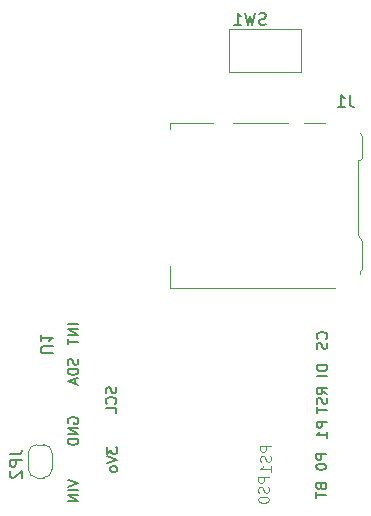
<source format=gbr>
%TF.GenerationSoftware,KiCad,Pcbnew,(6.0.7-1)-1*%
%TF.CreationDate,2023-01-25T16:43:34-06:00*%
%TF.ProjectId,BLACKBOX,424c4143-4b42-44f5-982e-6b696361645f,rev?*%
%TF.SameCoordinates,Original*%
%TF.FileFunction,Legend,Bot*%
%TF.FilePolarity,Positive*%
%FSLAX46Y46*%
G04 Gerber Fmt 4.6, Leading zero omitted, Abs format (unit mm)*
G04 Created by KiCad (PCBNEW (6.0.7-1)-1) date 2023-01-25 16:43:34*
%MOMM*%
%LPD*%
G01*
G04 APERTURE LIST*
%ADD10C,0.150000*%
%ADD11C,0.142240*%
%ADD12C,0.121920*%
%ADD13C,0.120000*%
G04 APERTURE END LIST*
D10*
%TO.C,U1*%
X102909619Y-75691904D02*
X102100095Y-75691904D01*
X102004857Y-75644285D01*
X101957238Y-75596666D01*
X101909619Y-75501428D01*
X101909619Y-75310952D01*
X101957238Y-75215714D01*
X102004857Y-75168095D01*
X102100095Y-75120476D01*
X102909619Y-75120476D01*
X101909619Y-74120476D02*
X101909619Y-74691904D01*
X101909619Y-74406190D02*
X102909619Y-74406190D01*
X102766761Y-74501428D01*
X102671523Y-74596666D01*
X102623904Y-74691904D01*
D11*
X126052757Y-74466873D02*
X126094364Y-74425265D01*
X126135972Y-74300442D01*
X126135972Y-74217227D01*
X126094364Y-74092404D01*
X126011149Y-74009189D01*
X125927934Y-73967581D01*
X125761503Y-73925974D01*
X125636680Y-73925974D01*
X125470250Y-73967581D01*
X125387035Y-74009189D01*
X125303820Y-74092404D01*
X125262212Y-74217227D01*
X125262212Y-74300442D01*
X125303820Y-74425265D01*
X125345427Y-74466873D01*
X126094364Y-74799734D02*
X126135972Y-74924557D01*
X126135972Y-75132595D01*
X126094364Y-75215810D01*
X126052757Y-75257418D01*
X125969541Y-75299025D01*
X125886326Y-75299025D01*
X125803111Y-75257418D01*
X125761503Y-75215810D01*
X125719896Y-75132595D01*
X125678288Y-74966164D01*
X125636680Y-74882949D01*
X125595073Y-74841341D01*
X125511858Y-74799734D01*
X125428642Y-74799734D01*
X125345427Y-74841341D01*
X125303820Y-74882949D01*
X125262212Y-74966164D01*
X125262212Y-75174202D01*
X125303820Y-75299025D01*
X105012364Y-76155005D02*
X105053972Y-76279828D01*
X105053972Y-76487866D01*
X105012364Y-76571081D01*
X104970757Y-76612689D01*
X104887541Y-76654297D01*
X104804326Y-76654297D01*
X104721111Y-76612689D01*
X104679503Y-76571081D01*
X104637896Y-76487866D01*
X104596288Y-76321436D01*
X104554680Y-76238220D01*
X104513073Y-76196613D01*
X104429858Y-76155005D01*
X104346642Y-76155005D01*
X104263427Y-76196613D01*
X104221820Y-76238220D01*
X104180212Y-76321436D01*
X104180212Y-76529474D01*
X104221820Y-76654297D01*
X105053972Y-77028765D02*
X104180212Y-77028765D01*
X104180212Y-77236803D01*
X104221820Y-77361626D01*
X104305035Y-77444841D01*
X104388250Y-77486449D01*
X104554680Y-77528057D01*
X104679503Y-77528057D01*
X104845934Y-77486449D01*
X104929149Y-77444841D01*
X105012364Y-77361626D01*
X105053972Y-77236803D01*
X105053972Y-77028765D01*
X104804326Y-77860918D02*
X104804326Y-78276994D01*
X105053972Y-77777702D02*
X104180212Y-78068956D01*
X105053972Y-78360209D01*
X108250864Y-78588809D02*
X108292472Y-78713632D01*
X108292472Y-78921670D01*
X108250864Y-79004885D01*
X108209257Y-79046493D01*
X108126041Y-79088100D01*
X108042826Y-79088100D01*
X107959611Y-79046493D01*
X107918003Y-79004885D01*
X107876396Y-78921670D01*
X107834788Y-78755240D01*
X107793180Y-78672024D01*
X107751573Y-78630417D01*
X107668358Y-78588809D01*
X107585142Y-78588809D01*
X107501927Y-78630417D01*
X107460320Y-78672024D01*
X107418712Y-78755240D01*
X107418712Y-78963278D01*
X107460320Y-79088100D01*
X108209257Y-79961860D02*
X108250864Y-79920253D01*
X108292472Y-79795430D01*
X108292472Y-79712215D01*
X108250864Y-79587392D01*
X108167649Y-79504177D01*
X108084434Y-79462569D01*
X107918003Y-79420961D01*
X107793180Y-79420961D01*
X107626750Y-79462569D01*
X107543535Y-79504177D01*
X107460320Y-79587392D01*
X107418712Y-79712215D01*
X107418712Y-79795430D01*
X107460320Y-79920253D01*
X107501927Y-79961860D01*
X108292472Y-80752405D02*
X108292472Y-80336329D01*
X107418712Y-80336329D01*
X125627488Y-87003950D02*
X125669096Y-87128773D01*
X125710703Y-87170380D01*
X125793919Y-87211988D01*
X125918741Y-87211988D01*
X126001957Y-87170380D01*
X126043564Y-87128773D01*
X126085172Y-87045558D01*
X126085172Y-86712697D01*
X125211412Y-86712697D01*
X125211412Y-87003950D01*
X125253020Y-87087165D01*
X125294627Y-87128773D01*
X125377842Y-87170380D01*
X125461058Y-87170380D01*
X125544273Y-87128773D01*
X125585880Y-87087165D01*
X125627488Y-87003950D01*
X125627488Y-86712697D01*
X125211412Y-87461634D02*
X125211412Y-87960925D01*
X126085172Y-87711280D02*
X125211412Y-87711280D01*
X126135972Y-79150512D02*
X125719896Y-78859259D01*
X126135972Y-78651220D02*
X125262212Y-78651220D01*
X125262212Y-78984081D01*
X125303820Y-79067297D01*
X125345427Y-79108904D01*
X125428642Y-79150512D01*
X125553465Y-79150512D01*
X125636680Y-79108904D01*
X125678288Y-79067297D01*
X125719896Y-78984081D01*
X125719896Y-78651220D01*
X126094364Y-79483373D02*
X126135972Y-79608196D01*
X126135972Y-79816234D01*
X126094364Y-79899449D01*
X126052757Y-79941057D01*
X125969541Y-79982664D01*
X125886326Y-79982664D01*
X125803111Y-79941057D01*
X125761503Y-79899449D01*
X125719896Y-79816234D01*
X125678288Y-79649803D01*
X125636680Y-79566588D01*
X125595073Y-79524980D01*
X125511858Y-79483373D01*
X125428642Y-79483373D01*
X125345427Y-79524980D01*
X125303820Y-79566588D01*
X125262212Y-79649803D01*
X125262212Y-79857841D01*
X125303820Y-79982664D01*
X125262212Y-80232310D02*
X125262212Y-80731601D01*
X126135972Y-80481956D02*
X125262212Y-80481956D01*
X105053972Y-73250455D02*
X104180212Y-73250455D01*
X105053972Y-73666531D02*
X104180212Y-73666531D01*
X105053972Y-74165822D01*
X104180212Y-74165822D01*
X104180212Y-74457076D02*
X104180212Y-74956367D01*
X105053972Y-74706721D02*
X104180212Y-74706721D01*
X107482212Y-83648005D02*
X107482212Y-84188904D01*
X107815073Y-83897651D01*
X107815073Y-84022474D01*
X107856680Y-84105689D01*
X107898288Y-84147297D01*
X107981503Y-84188904D01*
X108189541Y-84188904D01*
X108272757Y-84147297D01*
X108314364Y-84105689D01*
X108355972Y-84022474D01*
X108355972Y-83772828D01*
X108314364Y-83689613D01*
X108272757Y-83648005D01*
X107482212Y-84438550D02*
X108355972Y-84729803D01*
X107482212Y-85021057D01*
X108355972Y-85437133D02*
X108314364Y-85353918D01*
X108272757Y-85312310D01*
X108189541Y-85270702D01*
X107939896Y-85270702D01*
X107856680Y-85312310D01*
X107815073Y-85353918D01*
X107773465Y-85437133D01*
X107773465Y-85561956D01*
X107815073Y-85645171D01*
X107856680Y-85686779D01*
X107939896Y-85728386D01*
X108189541Y-85728386D01*
X108272757Y-85686779D01*
X108314364Y-85645171D01*
X108355972Y-85561956D01*
X108355972Y-85437133D01*
X126125272Y-81524081D02*
X125251512Y-81524081D01*
X125251512Y-81856942D01*
X125293120Y-81940158D01*
X125334727Y-81981765D01*
X125417942Y-82023373D01*
X125542765Y-82023373D01*
X125625980Y-81981765D01*
X125667588Y-81940158D01*
X125709196Y-81856942D01*
X125709196Y-81524081D01*
X126125272Y-82855525D02*
X126125272Y-82356234D01*
X126125272Y-82605880D02*
X125251512Y-82605880D01*
X125376335Y-82522664D01*
X125459550Y-82439449D01*
X125501158Y-82356234D01*
D12*
X121387164Y-83526331D02*
X120493084Y-83526331D01*
X120493084Y-83866933D01*
X120535660Y-83952083D01*
X120578235Y-83994659D01*
X120663385Y-84037234D01*
X120791111Y-84037234D01*
X120876261Y-83994659D01*
X120918837Y-83952083D01*
X120961412Y-83866933D01*
X120961412Y-83526331D01*
X121344589Y-84377836D02*
X121387164Y-84505561D01*
X121387164Y-84718438D01*
X121344589Y-84803588D01*
X121302014Y-84846163D01*
X121216863Y-84888739D01*
X121131713Y-84888739D01*
X121046562Y-84846163D01*
X121003987Y-84803588D01*
X120961412Y-84718438D01*
X120918837Y-84548137D01*
X120876261Y-84462986D01*
X120833686Y-84420411D01*
X120748536Y-84377836D01*
X120663385Y-84377836D01*
X120578235Y-84420411D01*
X120535660Y-84462986D01*
X120493084Y-84548137D01*
X120493084Y-84761013D01*
X120535660Y-84888739D01*
X121387164Y-85740243D02*
X121387164Y-85229340D01*
X121387164Y-85484792D02*
X120493084Y-85484792D01*
X120620810Y-85399641D01*
X120705960Y-85314491D01*
X120748536Y-85229340D01*
D11*
X104221820Y-81630278D02*
X104180212Y-81547062D01*
X104180212Y-81422240D01*
X104221820Y-81297417D01*
X104305035Y-81214201D01*
X104388250Y-81172594D01*
X104554680Y-81130986D01*
X104679503Y-81130986D01*
X104845934Y-81172594D01*
X104929149Y-81214201D01*
X105012364Y-81297417D01*
X105053972Y-81422240D01*
X105053972Y-81505455D01*
X105012364Y-81630278D01*
X104970757Y-81671885D01*
X104679503Y-81671885D01*
X104679503Y-81505455D01*
X105053972Y-82046354D02*
X104180212Y-82046354D01*
X105053972Y-82545645D01*
X104180212Y-82545645D01*
X105053972Y-82961721D02*
X104180212Y-82961721D01*
X104180212Y-83169760D01*
X104221820Y-83294582D01*
X104305035Y-83377798D01*
X104388250Y-83419405D01*
X104554680Y-83461013D01*
X104679503Y-83461013D01*
X104845934Y-83419405D01*
X104929149Y-83377798D01*
X105012364Y-83294582D01*
X105053972Y-83169760D01*
X105053972Y-82961721D01*
X126135972Y-76715620D02*
X125262212Y-76715620D01*
X125262212Y-76923658D01*
X125303820Y-77048480D01*
X125387035Y-77131696D01*
X125470250Y-77173303D01*
X125636680Y-77214911D01*
X125761503Y-77214911D01*
X125927934Y-77173303D01*
X126011149Y-77131696D01*
X126094364Y-77048480D01*
X126135972Y-76923658D01*
X126135972Y-76715620D01*
X126135972Y-77589380D02*
X125262212Y-77589380D01*
X104180212Y-86419024D02*
X105053972Y-86710278D01*
X104180212Y-87001531D01*
X105053972Y-87292784D02*
X104180212Y-87292784D01*
X105053972Y-87708860D02*
X104180212Y-87708860D01*
X105053972Y-88208152D01*
X104180212Y-88208152D01*
X126085172Y-84216481D02*
X125211412Y-84216481D01*
X125211412Y-84549342D01*
X125253020Y-84632558D01*
X125294627Y-84674165D01*
X125377842Y-84715773D01*
X125502665Y-84715773D01*
X125585880Y-84674165D01*
X125627488Y-84632558D01*
X125669096Y-84549342D01*
X125669096Y-84216481D01*
X125211412Y-85256672D02*
X125211412Y-85339887D01*
X125253020Y-85423102D01*
X125294627Y-85464710D01*
X125377842Y-85506318D01*
X125544273Y-85547925D01*
X125752311Y-85547925D01*
X125918741Y-85506318D01*
X126001957Y-85464710D01*
X126043564Y-85423102D01*
X126085172Y-85339887D01*
X126085172Y-85256672D01*
X126043564Y-85173457D01*
X126001957Y-85131849D01*
X125918741Y-85090241D01*
X125752311Y-85048634D01*
X125544273Y-85048634D01*
X125377842Y-85090241D01*
X125294627Y-85131849D01*
X125253020Y-85173457D01*
X125211412Y-85256672D01*
D12*
X121214464Y-86164331D02*
X120320384Y-86164331D01*
X120320384Y-86504933D01*
X120362960Y-86590083D01*
X120405535Y-86632659D01*
X120490685Y-86675234D01*
X120618411Y-86675234D01*
X120703561Y-86632659D01*
X120746137Y-86590083D01*
X120788712Y-86504933D01*
X120788712Y-86164331D01*
X121171889Y-87015836D02*
X121214464Y-87143561D01*
X121214464Y-87356438D01*
X121171889Y-87441588D01*
X121129314Y-87484163D01*
X121044163Y-87526739D01*
X120959013Y-87526739D01*
X120873862Y-87484163D01*
X120831287Y-87441588D01*
X120788712Y-87356438D01*
X120746137Y-87186137D01*
X120703561Y-87100986D01*
X120660986Y-87058411D01*
X120575836Y-87015836D01*
X120490685Y-87015836D01*
X120405535Y-87058411D01*
X120362960Y-87100986D01*
X120320384Y-87186137D01*
X120320384Y-87399013D01*
X120362960Y-87526739D01*
X120320384Y-88080217D02*
X120320384Y-88165367D01*
X120362960Y-88250518D01*
X120405535Y-88293093D01*
X120490685Y-88335668D01*
X120660986Y-88378243D01*
X120873862Y-88378243D01*
X121044163Y-88335668D01*
X121129314Y-88293093D01*
X121171889Y-88250518D01*
X121214464Y-88165367D01*
X121214464Y-88080217D01*
X121171889Y-87995066D01*
X121129314Y-87952491D01*
X121044163Y-87909916D01*
X120873862Y-87867340D01*
X120660986Y-87867340D01*
X120490685Y-87909916D01*
X120405535Y-87952491D01*
X120362960Y-87995066D01*
X120320384Y-88080217D01*
D10*
%TO.C,J1*%
X128063333Y-53812380D02*
X128063333Y-54526666D01*
X128110952Y-54669523D01*
X128206190Y-54764761D01*
X128349047Y-54812380D01*
X128444285Y-54812380D01*
X127063333Y-54812380D02*
X127634761Y-54812380D01*
X127349047Y-54812380D02*
X127349047Y-53812380D01*
X127444285Y-53955238D01*
X127539523Y-54050476D01*
X127634761Y-54098095D01*
%TO.C,JP2*%
X99274380Y-84256666D02*
X99988666Y-84256666D01*
X100131523Y-84209047D01*
X100226761Y-84113809D01*
X100274380Y-83970952D01*
X100274380Y-83875714D01*
X100274380Y-84732857D02*
X99274380Y-84732857D01*
X99274380Y-85113809D01*
X99322000Y-85209047D01*
X99369619Y-85256666D01*
X99464857Y-85304285D01*
X99607714Y-85304285D01*
X99702952Y-85256666D01*
X99750571Y-85209047D01*
X99798190Y-85113809D01*
X99798190Y-84732857D01*
X99369619Y-85685238D02*
X99322000Y-85732857D01*
X99274380Y-85828095D01*
X99274380Y-86066190D01*
X99322000Y-86161428D01*
X99369619Y-86209047D01*
X99464857Y-86256666D01*
X99560095Y-86256666D01*
X99702952Y-86209047D01*
X100274380Y-85637619D01*
X100274380Y-86256666D01*
%TO.C,SW1*%
X120967333Y-47842761D02*
X120824476Y-47890380D01*
X120586380Y-47890380D01*
X120491142Y-47842761D01*
X120443523Y-47795142D01*
X120395904Y-47699904D01*
X120395904Y-47604666D01*
X120443523Y-47509428D01*
X120491142Y-47461809D01*
X120586380Y-47414190D01*
X120776857Y-47366571D01*
X120872095Y-47318952D01*
X120919714Y-47271333D01*
X120967333Y-47176095D01*
X120967333Y-47080857D01*
X120919714Y-46985619D01*
X120872095Y-46938000D01*
X120776857Y-46890380D01*
X120538761Y-46890380D01*
X120395904Y-46938000D01*
X120062571Y-46890380D02*
X119824476Y-47890380D01*
X119634000Y-47176095D01*
X119443523Y-47890380D01*
X119205428Y-46890380D01*
X118300666Y-47890380D02*
X118872095Y-47890380D01*
X118586380Y-47890380D02*
X118586380Y-46890380D01*
X118681619Y-47033238D01*
X118776857Y-47128476D01*
X118872095Y-47176095D01*
D13*
%TO.C,J1*%
X112840000Y-70211000D02*
X126850000Y-70211000D01*
X124150000Y-56241000D02*
X125950000Y-56241000D01*
X112840000Y-56241000D02*
X116450000Y-56241000D01*
X112840000Y-68291000D02*
X112840000Y-70211000D01*
X129110000Y-66221000D02*
X128760000Y-65711000D01*
X129110000Y-68531000D02*
X129110000Y-66221000D01*
X129110000Y-59131000D02*
X128910000Y-59341000D01*
X128910000Y-68731000D02*
X128910000Y-68991000D01*
X128760000Y-59341000D02*
X128760000Y-65711000D01*
X129110000Y-57271000D02*
X128910000Y-57071000D01*
X129110000Y-57271000D02*
X129110000Y-59131000D01*
X112840000Y-56691000D02*
X112840000Y-56241000D01*
X118150000Y-56241000D02*
X122850000Y-56241000D01*
X128760000Y-59341000D02*
X128910000Y-59341000D01*
X129110000Y-68531000D02*
X128910000Y-68731000D01*
%TO.C,JP2*%
X101554000Y-86236000D02*
X102154000Y-86236000D01*
X102154000Y-83436000D02*
X101554000Y-83436000D01*
X100854000Y-84136000D02*
X100854000Y-85536000D01*
X102854000Y-85536000D02*
X102854000Y-84136000D01*
X102154000Y-86236000D02*
G75*
G03*
X102854000Y-85536000I1J699999D01*
G01*
X101554000Y-83436000D02*
G75*
G03*
X100854000Y-84136000I0J-700000D01*
G01*
X102854000Y-84136000D02*
G75*
G03*
X102154000Y-83436000I-700000J0D01*
G01*
X100854000Y-85536000D02*
G75*
G03*
X101554000Y-86236000I699999J-1D01*
G01*
%TO.C,SW1*%
X117844000Y-51848000D02*
X123964000Y-51848000D01*
X123964000Y-51848000D02*
X123964000Y-48228000D01*
X123964000Y-48228000D02*
X117844000Y-48228000D01*
X117844000Y-48228000D02*
X117844000Y-51848000D01*
%TD*%
M02*

</source>
